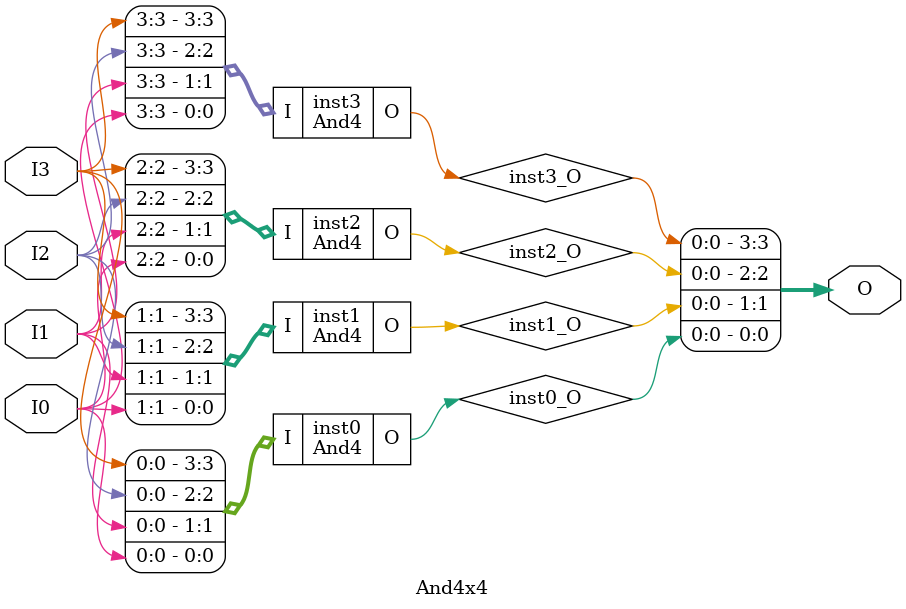
<source format=v>
module And4 (input [3:0] I, output  O);
wire  inst0_O;
LUT4 #(.INIT(16'h8000)) inst0 (.I0(I[0]), .I1(I[1]), .I2(I[2]), .I3(I[3]), .O(inst0_O));
assign O = inst0_O;
endmodule

module And4x4 (input [3:0] I0, input [3:0] I1, input [3:0] I2, input [3:0] I3, output [3:0] O);
wire  inst0_O;
wire  inst1_O;
wire  inst2_O;
wire  inst3_O;
And4 inst0 (.I({I3[0],I2[0],I1[0],I0[0]}), .O(inst0_O));
And4 inst1 (.I({I3[1],I2[1],I1[1],I0[1]}), .O(inst1_O));
And4 inst2 (.I({I3[2],I2[2],I1[2],I0[2]}), .O(inst2_O));
And4 inst3 (.I({I3[3],I2[3],I1[3],I0[3]}), .O(inst3_O));
assign O = {inst3_O,inst2_O,inst1_O,inst0_O};
endmodule


</source>
